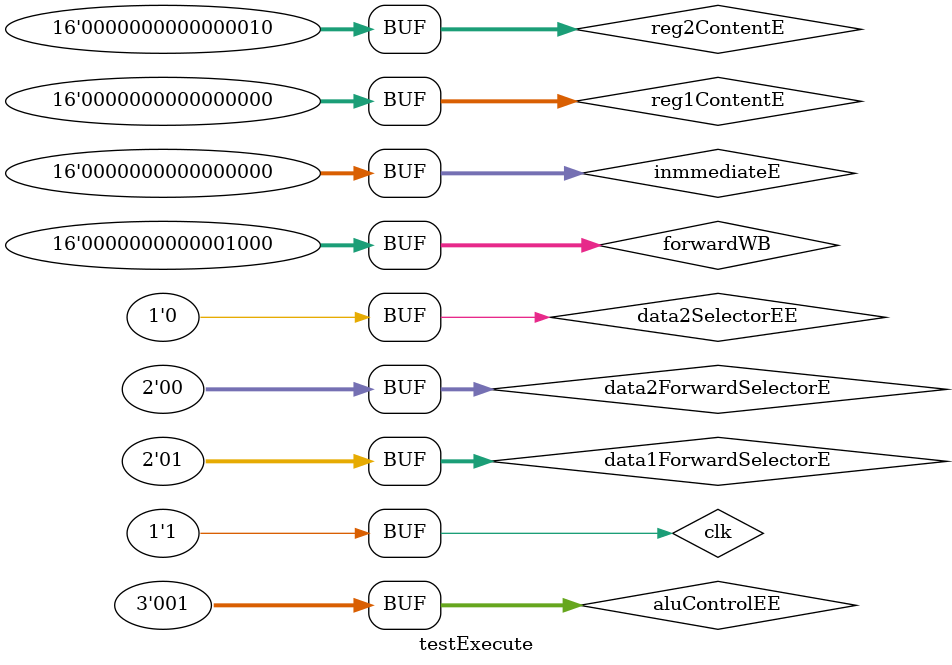
<source format=sv>
module testExecute
				#(parameter WIDTH = 16, parameter REGNUM = 16, 
				parameter ADDRESSWIDTH = 4, parameter OPCODEWIDTH = 4,
				parameter INSTRUCTIONWIDTH = 24)();

	logic clk;
	logic [2:0] aluControlEE;
	logic data2SelectorEE;
	logic [1:0] data1ForwardSelectorE, data2ForwardSelectorE;
	logic [WIDTH-1:0] reg1ContentE, reg2ContentE, inmmediateE, forwardM, forwardWB;
	logic [WIDTH-1:0] aluOutputE;
	logic N, Z, V, C;
	
	CPU_Execute testExecute(clk,
					aluControlEE,
					data2SelectorEE,
					data1ForwardSelectorE, data2ForwardSelectorE,
					reg1ContentE, reg2ContentE, inmmediateE, forwardM, forwardWB,
					aluOutputE,
					N, Z, V, C
					);				
								
	//Creacion de un reloj
	always begin
		clk = 0; #5; clk=~clk; #5;
	end
	
	initial begin	
		#5; 
		
		// Ejemplo 1: ADD R1, R4, R5 (suponer R4 = 4, R5 = 4) 
		reg1ContentE = 16'd4; reg2ContentE = 16'd4; inmmediateE = 16'd0;
		aluControlEE = 3'd0;
		data2SelectorEE = 0; data1ForwardSelectorE = 2'd0; data2ForwardSelectorE = 2'd0;
		#10;
		
		// Ejemplo 2 (RAW): SUB R8, R1, R3 (suponer R3 = 2, R1 -> dato del WB) 
		reg1ContentE = 16'd0; // valor basura 
		reg2ContentE = 16'd2; inmmediateE = 16'd0;
		forwardWB = 16'd8; // valor real -> desde WB
		aluControlEE = 3'd1;
		data2SelectorEE = 0; data1ForwardSelectorE = 2'd1; data2ForwardSelectorE = 2'd0;
		#10;
		
	end
								
								
endmodule

</source>
